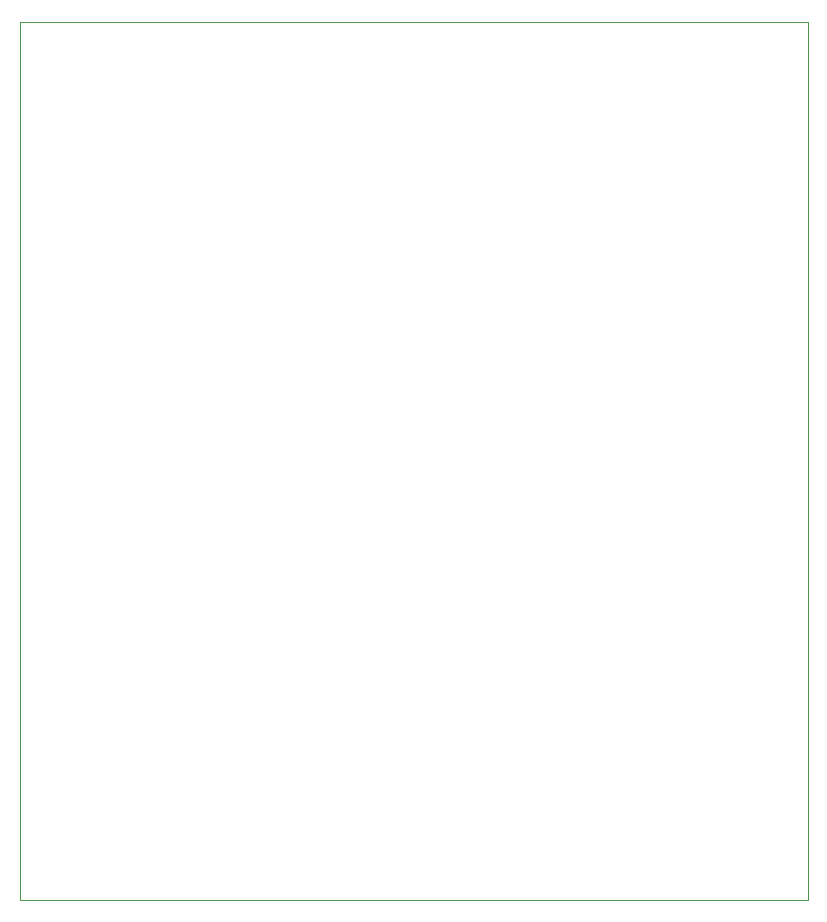
<source format=gm1>
%TF.GenerationSoftware,KiCad,Pcbnew,9.0.6*%
%TF.CreationDate,2025-12-04T23:37:52+05:30*%
%TF.ProjectId,MacroPad,4d616372-6f50-4616-942e-6b696361645f,rev?*%
%TF.SameCoordinates,Original*%
%TF.FileFunction,Profile,NP*%
%FSLAX46Y46*%
G04 Gerber Fmt 4.6, Leading zero omitted, Abs format (unit mm)*
G04 Created by KiCad (PCBNEW 9.0.6) date 2025-12-04 23:37:52*
%MOMM*%
%LPD*%
G01*
G04 APERTURE LIST*
%TA.AperFunction,Profile*%
%ADD10C,0.050000*%
%TD*%
G04 APERTURE END LIST*
D10*
X107911250Y-51537859D02*
X174586250Y-51537859D01*
X174586250Y-125858750D01*
X107911250Y-125858750D01*
X107911250Y-51537859D01*
M02*

</source>
